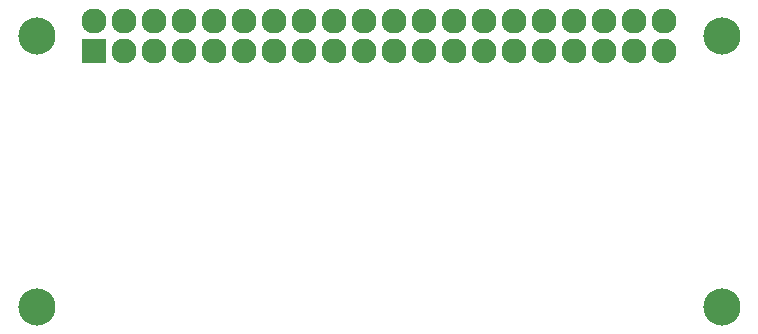
<source format=gbs>
G04 #@! TF.FileFunction,Soldermask,Bot*
%FSLAX46Y46*%
G04 Gerber Fmt 4.6, Leading zero omitted, Abs format (unit mm)*
G04 Created by KiCad (PCBNEW 4.0.1-3.201512221401+6198~38~ubuntu15.10.1-stable) date Mon 04 Jan 2016 12:08:53 AM CST*
%MOMM*%
G01*
G04 APERTURE LIST*
%ADD10C,0.150000*%
%ADD11C,3.150000*%
%ADD12R,2.127200X2.127200*%
%ADD13O,2.127200X2.127200*%
G04 APERTURE END LIST*
D10*
D11*
X126500000Y-88500000D03*
X126500000Y-111500000D03*
X68500000Y-88500000D03*
D12*
X73370000Y-89770000D03*
D13*
X73370000Y-87230000D03*
X75910000Y-89770000D03*
X75910000Y-87230000D03*
X78450000Y-89770000D03*
X78450000Y-87230000D03*
X80990000Y-89770000D03*
X80990000Y-87230000D03*
X83530000Y-89770000D03*
X83530000Y-87230000D03*
X86070000Y-89770000D03*
X86070000Y-87230000D03*
X88610000Y-89770000D03*
X88610000Y-87230000D03*
X91150000Y-89770000D03*
X91150000Y-87230000D03*
X93690000Y-89770000D03*
X93690000Y-87230000D03*
X96230000Y-89770000D03*
X96230000Y-87230000D03*
X98770000Y-89770000D03*
X98770000Y-87230000D03*
X101310000Y-89770000D03*
X101310000Y-87230000D03*
X103850000Y-89770000D03*
X103850000Y-87230000D03*
X106390000Y-89770000D03*
X106390000Y-87230000D03*
X108930000Y-89770000D03*
X108930000Y-87230000D03*
X111470000Y-89770000D03*
X111470000Y-87230000D03*
X114010000Y-89770000D03*
X114010000Y-87230000D03*
X116550000Y-89770000D03*
X116550000Y-87230000D03*
X119090000Y-89770000D03*
X119090000Y-87230000D03*
X121630000Y-89770000D03*
X121630000Y-87230000D03*
D11*
X68500000Y-111500000D03*
M02*

</source>
